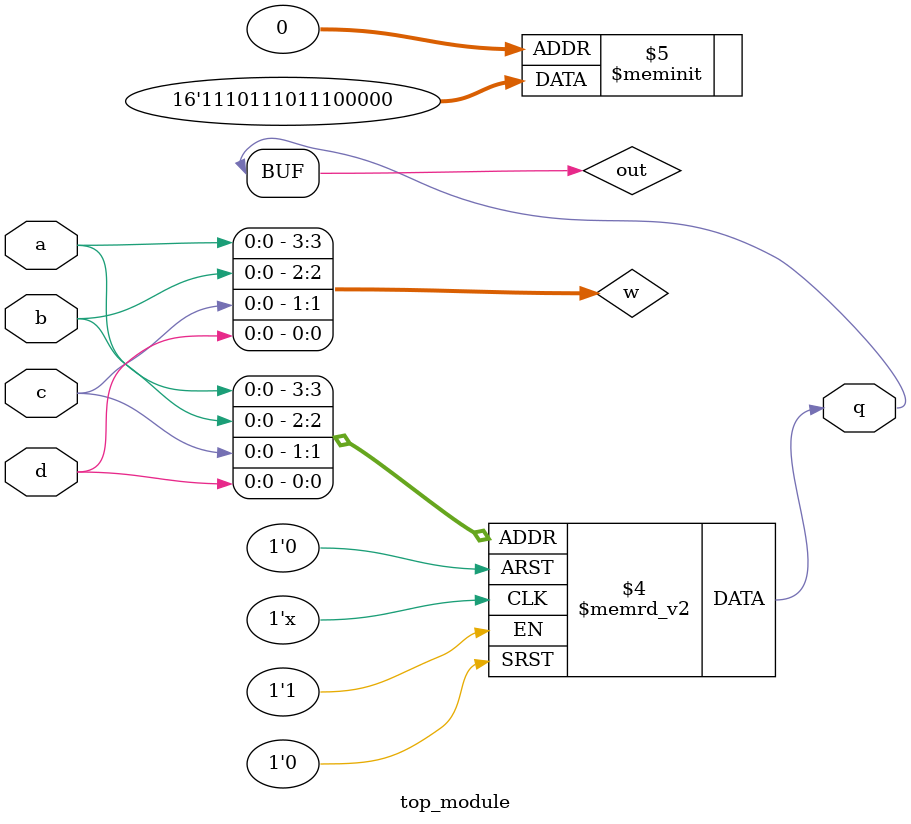
<source format=v>
module top_module (
    input a,
    input b,
    input c,
    input d,
    output q );//
    wire [3:0] w;
    reg out;
    assign w={a,b,c,d};
    always@(*)begin
        case(w)
            4'b0101:out<=1'b1;
            4'b0110:out<=1'b1;
            4'b0111:out<=1'b1;
            4'b1001:out<=1'b1;
            4'b1010:out<=1'b1;
            4'b1011:out<=1'b1;
            4'b1101:out<=1'b1;
            4'b1110:out<=1'b1;
            4'b1111:out<=1'b1;
            default:out=1'b0;
        endcase
    end
    assign q = out; // Fix me

endmodule

</source>
